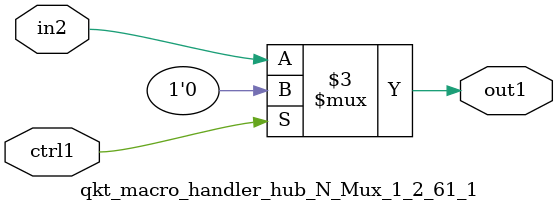
<source format=v>

`timescale 1ps / 1ps


module qkt_macro_handler_hub_N_Mux_1_2_61_1( in2, ctrl1, out1 );

    input in2;
    input ctrl1;
    output out1;
    reg out1;

    
    // rtl_process:qkt_macro_handler_hub_N_Mux_1_2_61_1/qkt_macro_handler_hub_N_Mux_1_2_61_1_thread_1
    always @*
      begin : qkt_macro_handler_hub_N_Mux_1_2_61_1_thread_1
        case (ctrl1) 
          1'b1: 
            begin
              out1 = 1'b0;
            end
          default: 
            begin
              out1 = in2;
            end
        endcase
      end

endmodule


</source>
